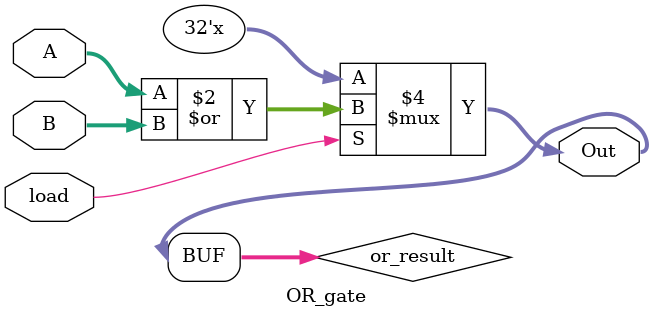
<source format=sv>
module OR_gate #(parameter WIDTH=32)(
  input [WIDTH-1:0] A, 
  input [WIDTH-1:0] B,  
    input load,      
  output [WIDTH-1:0] Out 
);


  reg [WIDTH-1:0] or_result;

  always @(*) begin
    if (load) begin
        or_result = A | B;
    end
end

assign Out = or_result;

endmodule

</source>
